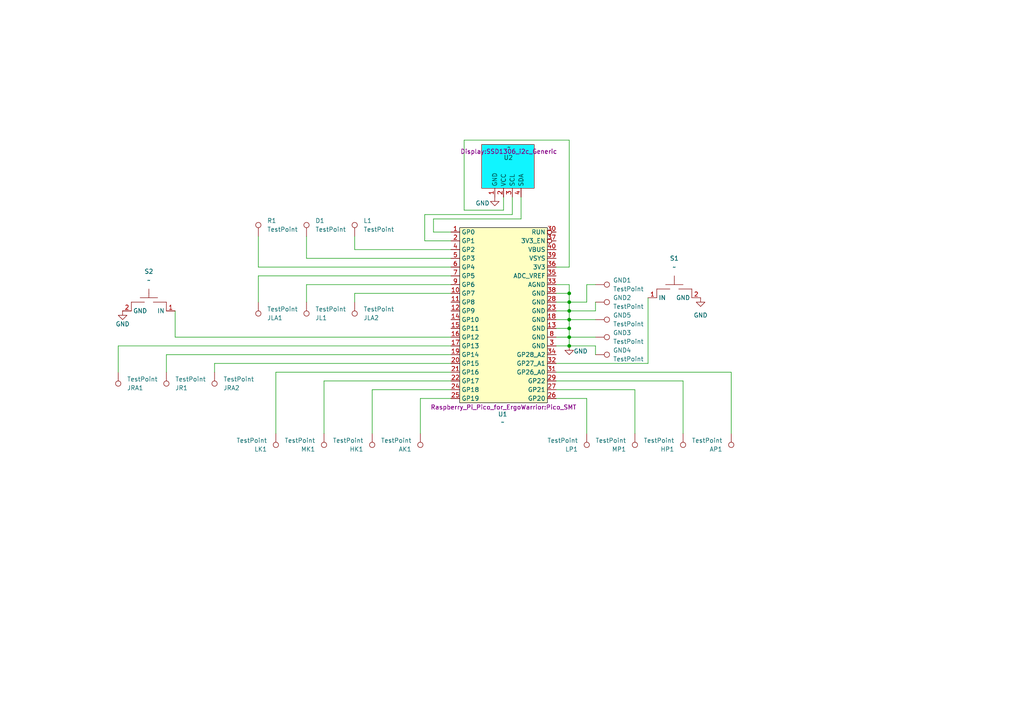
<source format=kicad_sch>
(kicad_sch (version 20250114) (generator "eeschema") (generator_version "9.0")
  (paper "A4")
  (lib_symbols
    (symbol "Connector:TestPoint_2mm" (pin_numbers (hide yes)) (pin_names (offset 0.762) (hide yes))
      (property "Reference" "TP" (at 0 6.858 0))
      (property "Value" "TestPoint" (at 0 5.08 0))
      (symbol "TestPoint_2mm_0_1"
        (circle (center 0 3.302) (radius 0.762))
      )
      (symbol "TestPoint_2mm_1_1"
        (pin passive line (at 0 0 90) (length 2.54) (name "1") (number "1"))
      )
    )
    (symbol "Keyboard_Switches:Cherry_MX_LP"
      (property "Reference" "SW" (at 0 0 0))
      (symbol "Cherry_MX_LP_0_1"
        (polyline (pts (xy -5.08 1.27) (xy -1.27 1.27)))
        (polyline (pts (xy -5.08 -1.27) (xy -5.08 1.27)))
        (polyline (pts (xy -2.54 2.54) (xy 2.54 2.54)))
        (polyline (pts (xy 0 3.81) (xy 0 5.08)))
        (polyline (pts (xy 0 2.54) (xy 0 3.81)))
        (polyline (pts (xy 1.27 1.27) (xy 5.08 1.27)))
        (polyline (pts (xy 5.08 1.27) (xy 5.08 -1.27)))
      )
      (symbol "Cherry_MX_LP_1_1"
        (pin power_in line (at -7.62 -1.27 0) (length 2.54) (name "IN") (number "1"))
        (pin power_out line (at 7.62 -1.27 180) (length 2.54) (name "GND") (number "2"))
      )
    )
    (symbol "Raspberry_Pico:Pico_Official"
      (property "Reference" "U" (at 0 0 0))
      (symbol "Pico_Official_1_1"
        (rectangle (start -12.7 25.4) (end 12.7 -25.4) (stroke (width 0) (color 2 0 0 1)) (fill (type background)))
        (pin bidirectional line (at -15.24 24.13 0) (length 2.54) (name "GP0") (number "1"))
        (pin bidirectional line (at -15.24 21.59 0) (length 2.54) (name "GP1") (number "2"))
        (pin bidirectional line (at -15.24 19.05 0) (length 2.54) (name "GP2") (number "4"))
        (pin bidirectional line (at -15.24 16.51 0) (length 2.54) (name "GP3") (number "5"))
        (pin bidirectional line (at -15.24 13.97 0) (length 2.54) (name "GP4") (number "6"))
        (pin bidirectional line (at -15.24 11.43 0) (length 2.54) (name "GP5") (number "7"))
        (pin bidirectional line (at -15.24 8.89 0) (length 2.54) (name "GP6") (number "9"))
        (pin bidirectional line (at -15.24 6.35 0) (length 2.54) (name "GP7") (number "10"))
        (pin bidirectional line (at -15.24 3.81 0) (length 2.54) (name "GP8") (number "11"))
        (pin bidirectional line (at -15.24 1.27 0) (length 2.54) (name "GP9") (number "12"))
        (pin bidirectional line (at -15.24 -1.27 0) (length 2.54) (name "GP10") (number "14"))
        (pin bidirectional line (at -15.24 -3.81 0) (length 2.54) (name "GP11") (number "15"))
        (pin bidirectional line (at -15.24 -6.35 0) (length 2.54) (name "GP12") (number "16"))
        (pin bidirectional line (at -15.24 -8.89 0) (length 2.54) (name "GP13") (number "17"))
        (pin bidirectional line (at -15.24 -11.43 0) (length 2.54) (name "GP14") (number "19"))
        (pin bidirectional line (at -15.24 -13.97 0) (length 2.54) (name "GP15") (number "20"))
        (pin bidirectional line (at -15.24 -16.51 0) (length 2.54) (name "GP16") (number "21"))
        (pin bidirectional line (at -15.24 -19.05 0) (length 2.54) (name "GP17") (number "22"))
        (pin bidirectional line (at -15.24 -21.59 0) (length 2.54) (name "GP18") (number "24"))
        (pin bidirectional line (at -15.24 -24.13 0) (length 2.54) (name "GP19") (number "25"))
        (pin input inverted (at 15.24 24.13 180) (length 2.54) (name "RUN") (number "30"))
        (pin input inverted (at 15.24 21.59 180) (length 2.54) (name "3V3_EN") (number "37"))
        (pin power_in line (at 15.24 19.05 180) (length 2.54) (name "VBUS") (number "40"))
        (pin power_in line (at 15.24 16.51 180) (length 2.54) (name "VSYS") (number "39"))
        (pin power_out line (at 15.24 13.97 180) (length 2.54) (name "3V3") (number "36"))
        (pin power_in line (at 15.24 11.43 180) (length 2.54) (name "ADC_VREF") (number "35"))
        (pin power_in line (at 15.24 8.89 180) (length 2.54) (name "AGND") (number "33"))
        (pin power_in line (at 15.24 6.35 180) (length 2.54) (name "GND") (number "38"))
        (pin power_in line (at 15.24 3.81 180) (length 2.54) (name "GND") (number "28"))
        (pin power_in line (at 15.24 1.27 180) (length 2.54) (name "GND") (number "23"))
        (pin power_in line (at 15.24 -1.27 180) (length 2.54) (name "GND") (number "18"))
        (pin power_in line (at 15.24 -3.81 180) (length 2.54) (name "GND") (number "13"))
        (pin power_in line (at 15.24 -6.35 180) (length 2.54) (name "GND") (number "8"))
        (pin power_in line (at 15.24 -8.89 180) (length 2.54) (name "GND") (number "3"))
        (pin bidirectional line (at 15.24 -11.43 180) (length 2.54) (name "GP28_A2") (number "34"))
        (pin bidirectional line (at 15.24 -13.97 180) (length 2.54) (name "GP27_A1") (number "32"))
        (pin bidirectional line (at 15.24 -16.51 180) (length 2.54) (name "GP26_A0") (number "31"))
        (pin bidirectional line (at 15.24 -19.05 180) (length 2.54) (name "GP22") (number "29"))
        (pin bidirectional line (at 15.24 -21.59 180) (length 2.54) (name "GP21") (number "27"))
        (pin bidirectional line (at 15.24 -24.13 180) (length 2.54) (name "GP20") (number "26"))
      )
    )
    (symbol "Screen:SSD1306_i2c_Display"
      (property "Reference" "U" (at 0 0 0))
      (symbol "SSD1306_i2c_Display_1_1"
        (rectangle (start -7.62 6.35) (end 7.62 -6.35) (fill (type color) (color 16 245 255 1)))
        (pin input line (at -3.81 8.89 270) (length 2.54) (name "GND") (number "1"))
        (pin input line (at -1.27 8.89 270) (length 2.54) (name "VCC") (number "2"))
        (pin input line (at 1.27 8.89 270) (length 2.54) (name "SCL") (number "3"))
        (pin input line (at 3.81 8.89 270) (length 2.54) (name "SDA") (number "4"))
      )
    )
    (symbol "power:GND" (power) (pin_numbers (hide yes)) (pin_names (offset 0) (hide yes))
      (property "Value" "GND" (at 0 -3.81 0))
      (symbol "GND_0_1"
        (polyline (pts (xy 0 0) (xy 0 -1.27) (xy 1.27 -1.27) (xy 0 -2.54) (xy -1.27 -1.27) (xy 0 -1.27)))
      )
      (symbol "GND_1_1"
        (pin power_in line (at 0 0 270) (length 0) (name "~") (number "1"))
      )
    )
  )
  (junction (at 165.1 92.71))
  (junction (at 165.1 100.33))
  (junction (at 165.1 87.63))
  (junction (at 165.1 97.79))
  (junction (at 165.1 85.09))
  (junction (at 165.1 95.25))
  (junction (at 165.1 90.17))
  (wire (pts (xy 165.1 92.71) (xy 172.72 92.71)))
  (wire (pts (xy 62.23 105.41) (xy 62.23 107.95)))
  (wire (pts (xy 161.29 95.25) (xy 165.1 95.25)))
  (wire (pts (xy 172.72 82.55) (xy 170.18 82.55)))
  (wire (pts (xy 93.98 110.49) (xy 93.98 125.73)))
  (wire (pts (xy 93.98 110.49) (xy 130.81 110.49)))
  (wire (pts (xy 80.01 107.95) (xy 130.81 107.95)))
  (wire (pts (xy 34.29 100.33) (xy 34.29 107.95)))
  (wire (pts (xy 50.8 90.17) (xy 50.8 97.79)))
  (wire (pts (xy 161.29 85.09) (xy 165.1 85.09)))
  (wire (pts (xy 123.19 69.85) (xy 123.19 62.23)))
  (wire (pts (xy 161.29 107.95) (xy 212.09 107.95)))
  (wire (pts (xy 74.93 87.63) (xy 74.93 80.01)))
  (wire (pts (xy 130.81 67.31) (xy 125.73 67.31)))
  (wire (pts (xy 172.72 87.63) (xy 172.72 90.17)))
  (wire (pts (xy 151.13 57.15) (xy 151.13 63.5)))
  (wire (pts (xy 121.92 115.57) (xy 130.81 115.57)))
  (wire (pts (xy 125.73 67.31) (xy 125.73 63.5)))
  (wire (pts (xy 74.93 80.01) (xy 130.81 80.01)))
  (wire (pts (xy 50.8 97.79) (xy 130.81 97.79)))
  (wire (pts (xy 161.29 113.03) (xy 184.15 113.03)))
  (wire (pts (xy 187.96 86.36) (xy 187.96 105.41)))
  (wire (pts (xy 161.29 100.33) (xy 165.1 100.33)))
  (wire (pts (xy 172.72 97.79) (xy 165.1 97.79)))
  (wire (pts (xy 187.96 105.41) (xy 161.29 105.41)))
  (wire (pts (xy 161.29 82.55) (xy 165.1 82.55)))
  (wire (pts (xy 198.12 110.49) (xy 198.12 125.73)))
  (wire (pts (xy 88.9 74.93) (xy 88.9 68.58)))
  (wire (pts (xy 125.73 63.5) (xy 151.13 63.5)))
  (wire (pts (xy 161.29 87.63) (xy 165.1 87.63)))
  (wire (pts (xy 88.9 74.93) (xy 130.81 74.93)))
  (wire (pts (xy 102.87 87.63) (xy 102.87 85.09)))
  (wire (pts (xy 107.95 113.03) (xy 107.95 125.73)))
  (wire (pts (xy 102.87 85.09) (xy 130.81 85.09)))
  (wire (pts (xy 48.26 107.95) (xy 48.26 102.87)))
  (wire (pts (xy 165.1 92.71) (xy 165.1 90.17)))
  (wire (pts (xy 161.29 90.17) (xy 165.1 90.17)))
  (wire (pts (xy 121.92 115.57) (xy 121.92 125.73)))
  (wire (pts (xy 62.23 105.41) (xy 130.81 105.41)))
  (wire (pts (xy 184.15 113.03) (xy 184.15 125.73)))
  (wire (pts (xy 130.81 69.85) (xy 123.19 69.85)))
  (wire (pts (xy 165.1 97.79) (xy 165.1 95.25)))
  (wire (pts (xy 165.1 40.64) (xy 134.62 40.64)))
  (wire (pts (xy 161.29 77.47) (xy 165.1 77.47)))
  (wire (pts (xy 161.29 110.49) (xy 198.12 110.49)))
  (wire (pts (xy 74.93 77.47) (xy 130.81 77.47)))
  (wire (pts (xy 172.72 100.33) (xy 165.1 100.33)))
  (wire (pts (xy 107.95 113.03) (xy 130.81 113.03)))
  (wire (pts (xy 212.09 107.95) (xy 212.09 125.73)))
  (wire (pts (xy 102.87 72.39) (xy 130.81 72.39)))
  (wire (pts (xy 34.29 100.33) (xy 130.81 100.33)))
  (wire (pts (xy 170.18 115.57) (xy 170.18 125.73)))
  (wire (pts (xy 80.01 107.95) (xy 80.01 125.73)))
  (wire (pts (xy 88.9 87.63) (xy 88.9 82.55)))
  (wire (pts (xy 88.9 82.55) (xy 130.81 82.55)))
  (wire (pts (xy 165.1 97.79) (xy 165.1 100.33)))
  (wire (pts (xy 161.29 92.71) (xy 165.1 92.71)))
  (wire (pts (xy 165.1 92.71) (xy 165.1 95.25)))
  (wire (pts (xy 165.1 77.47) (xy 165.1 40.64)))
  (wire (pts (xy 146.05 57.15) (xy 146.05 60.96)))
  (wire (pts (xy 165.1 90.17) (xy 165.1 87.63)))
  (wire (pts (xy 165.1 82.55) (xy 165.1 85.09)))
  (wire (pts (xy 161.29 97.79) (xy 165.1 97.79)))
  (wire (pts (xy 165.1 87.63) (xy 165.1 85.09)))
  (wire (pts (xy 123.19 62.23) (xy 148.59 62.23)))
  (wire (pts (xy 102.87 72.39) (xy 102.87 68.58)))
  (wire (pts (xy 74.93 77.47) (xy 74.93 68.58)))
  (wire (pts (xy 48.26 102.87) (xy 130.81 102.87)))
  (wire (pts (xy 165.1 87.63) (xy 170.18 87.63)))
  (wire (pts (xy 165.1 90.17) (xy 172.72 90.17)))
  (wire (pts (xy 172.72 102.87) (xy 172.72 100.33)))
  (wire (pts (xy 170.18 82.55) (xy 170.18 87.63)))
  (wire (pts (xy 146.05 60.96) (xy 134.62 60.96)))
  (wire (pts (xy 161.29 115.57) (xy 170.18 115.57)))
  (wire (pts (xy 148.59 62.23) (xy 148.59 57.15)))
  (wire (pts (xy 134.62 40.64) (xy 134.62 60.96)))
  (symbol (lib_id "Connector:TestPoint_2mm") (at 172.72 97.79 270) (unit 1)
    (property "Reference" "GND3" (at 177.8 96.5199 90) (effects (justify left)))
    (property "Value" "TestPoint" (at 177.8 99.0599 90) (effects (justify left)))
    (property "Footprint" "TestPoint:TestPoint_Pad_D2.0mm" (effects (hide yes)))
    (property "Description" "test point" (effects (hide yes)))
  )
  (symbol (lib_id "Connector:TestPoint_2mm") (at 74.93 87.63 0) (mirror x) (unit 1)
    (property "Reference" "JLA1" (at 77.47 92.2021 0) (effects (justify left)))
    (property "Value" "TestPoint" (at 77.47 89.6621 0) (effects (justify left)))
    (property "Footprint" "TestPoint:TestPoint_Pad_D2.0mm" (effects (hide yes)))
    (property "Description" "test point" (effects (hide yes)))
  )
  (symbol (lib_id "power:GND") (at 165.1 100.33 0) (unit 1)
    (property "Reference" "#PWR01" (effects (hide yes)))
    (property "Value" "GND" (at 168.402 101.854 0))
    (property "Description" "Power symbol creates a global label with name \"GND\" , ground" (effects (hide yes)))
  )
  (symbol (lib_id "power:GND") (at 143.51 57.15 0) (unit 1)
    (property "Reference" "#PWR04" (effects (hide yes)))
    (property "Value" "GND" (at 139.954 58.928 0))
    (property "Description" "Power symbol creates a global label with name \"GND\" , ground" (effects (hide yes)))
  )
  (symbol (lib_id "Connector:TestPoint_2mm") (at 170.18 125.73 180) (unit 1)
    (property "Reference" "LP1" (at 167.64 130.3021 0) (effects (justify left)))
    (property "Value" "TestPoint" (at 167.64 127.7621 0) (effects (justify left)))
    (property "Footprint" "TestPoint:TestPoint_Pad_D2.0mm" (effects (hide yes)))
    (property "Description" "test point" (effects (hide yes)))
  )
  (symbol (lib_id "Connector:TestPoint_2mm") (at 212.09 125.73 180) (unit 1)
    (property "Reference" "AP1" (at 209.55 130.3021 0) (effects (justify left)))
    (property "Value" "TestPoint" (at 209.55 127.7621 0) (effects (justify left)))
    (property "Footprint" "TestPoint:TestPoint_Pad_D2.0mm" (effects (hide yes)))
    (property "Description" "test point" (effects (hide yes)))
  )
  (symbol (lib_id "Connector:TestPoint_2mm") (at 74.93 68.58 0) (unit 1)
    (property "Reference" "R1" (at 77.47 64.0079 0) (effects (justify left)))
    (property "Value" "TestPoint" (at 77.47 66.5479 0) (effects (justify left)))
    (property "Footprint" "TestPoint:TestPoint_Pad_D2.0mm" (effects (hide yes)))
    (property "Description" "test point" (effects (hide yes)))
  )
  (symbol (lib_id "Connector:TestPoint_2mm") (at 107.95 125.73 180) (unit 1)
    (property "Reference" "HK1" (at 105.41 130.3021 0) (effects (justify left)))
    (property "Value" "TestPoint" (at 105.41 127.7621 0) (effects (justify left)))
    (property "Footprint" "TestPoint:TestPoint_Pad_D2.0mm" (effects (hide yes)))
    (property "Description" "test point" (effects (hide yes)))
  )
  (symbol (lib_id "Connector:TestPoint_2mm") (at 88.9 68.58 0) (unit 1)
    (property "Reference" "D1" (at 91.44 64.0079 0) (effects (justify left)))
    (property "Value" "TestPoint" (at 91.44 66.5479 0) (effects (justify left)))
    (property "Footprint" "TestPoint:TestPoint_Pad_D2.0mm" (effects (hide yes)))
    (property "Description" "test point" (effects (hide yes)))
  )
  (symbol (lib_id "Keyboard_Switches:Cherry_MX_LP") (at 43.18 88.9 0) (mirror y) (unit 1)
    (property "Reference" "S2" (at 43.18 78.74 0))
    (property "Value" "~" (at 43.18 81.28 0))
    (property "Footprint" "Keyboard_Switches:Cherry_MX_LP" (effects (hide yes)))
  )
  (symbol (lib_id "Connector:TestPoint_2mm") (at 62.23 107.95 0) (mirror x) (unit 1)
    (property "Reference" "JRA2" (at 64.77 112.5221 0) (effects (justify left)))
    (property "Value" "TestPoint" (at 64.77 109.9821 0) (effects (justify left)))
    (property "Footprint" "TestPoint:TestPoint_Pad_D2.0mm" (effects (hide yes)))
    (property "Description" "test point" (effects (hide yes)))
  )
  (symbol (lib_id "Raspberry_Pico:Pico_Official") (at 146.05 91.44 0) (unit 1)
    (property "Reference" "U1" (at 145.796 120.142 0))
    (property "Value" "~" (at 145.796 122.428 0))
    (property "Footprint" "Raspberry_Pi_Pico_for_ErgoWarrior:Pico_SMT" (at 146.05 118.11 0))
  )
  (symbol (lib_id "Connector:TestPoint_2mm") (at 172.72 92.71 270) (unit 1)
    (property "Reference" "GND5" (at 177.8 91.4399 90) (effects (justify left)))
    (property "Value" "TestPoint" (at 177.8 93.9799 90) (effects (justify left)))
    (property "Footprint" "TestPoint:TestPoint_Pad_D2.0mm" (effects (hide yes)))
    (property "Description" "test point" (effects (hide yes)))
  )
  (symbol (lib_id "Connector:TestPoint_2mm") (at 172.72 87.63 270) (unit 1)
    (property "Reference" "GND2" (at 177.8 86.3599 90) (effects (justify left)))
    (property "Value" "TestPoint" (at 177.8 88.8999 90) (effects (justify left)))
    (property "Footprint" "TestPoint:TestPoint_Pad_D2.0mm" (effects (hide yes)))
    (property "Description" "test point" (effects (hide yes)))
  )
  (symbol (lib_id "Connector:TestPoint_2mm") (at 198.12 125.73 180) (unit 1)
    (property "Reference" "HP1" (at 195.58 130.3021 0) (effects (justify left)))
    (property "Value" "TestPoint" (at 195.58 127.7621 0) (effects (justify left)))
    (property "Footprint" "TestPoint:TestPoint_Pad_D2.0mm" (effects (hide yes)))
    (property "Description" "test point" (effects (hide yes)))
  )
  (symbol (lib_id "power:GND") (at 203.2 86.36 0) (unit 1)
    (property "Reference" "#PWR02" (effects (hide yes)))
    (property "Value" "GND" (at 203.2 91.44 0))
    (property "Description" "Power symbol creates a global label with name \"GND\" , ground" (effects (hide yes)))
  )
  (symbol (lib_id "Connector:TestPoint_2mm") (at 102.87 87.63 0) (mirror x) (unit 1)
    (property "Reference" "JLA2" (at 105.41 92.2021 0) (effects (justify left)))
    (property "Value" "TestPoint" (at 105.41 89.6621 0) (effects (justify left)))
    (property "Footprint" "TestPoint:TestPoint_Pad_D2.0mm" (effects (hide yes)))
    (property "Description" "test point" (effects (hide yes)))
  )
  (symbol (lib_id "Connector:TestPoint_2mm") (at 172.72 102.87 270) (unit 1)
    (property "Reference" "GND4" (at 177.8 101.5999 90) (effects (justify left)))
    (property "Value" "TestPoint" (at 177.8 104.1399 90) (effects (justify left)))
    (property "Footprint" "TestPoint:TestPoint_Pad_D2.0mm" (effects (hide yes)))
    (property "Description" "test point" (effects (hide yes)))
  )
  (symbol (lib_id "Screen:SSD1306_i2c_Display") (at 147.32 48.26 0) (mirror x) (unit 1)
    (property "Reference" "U2" (at 146.05 45.72 0) (effects (justify left)))
    (property "Value" "~" (at 147.066 42.672 0) (effects (justify left)))
    (property "Footprint" "Display:SSD1306_i2c_Generic" (at 147.574 43.942 0))
  )
  (symbol (lib_id "Connector:TestPoint_2mm") (at 172.72 82.55 270) (unit 1)
    (property "Reference" "GND1" (at 177.8 81.2799 90) (effects (justify left)))
    (property "Value" "TestPoint" (at 177.8 83.8199 90) (effects (justify left)))
    (property "Footprint" "TestPoint:TestPoint_Pad_D2.0mm" (effects (hide yes)))
    (property "Description" "test point" (effects (hide yes)))
  )
  (symbol (lib_id "Connector:TestPoint_2mm") (at 121.92 125.73 180) (unit 1)
    (property "Reference" "AK1" (at 119.38 130.3021 0) (effects (justify left)))
    (property "Value" "TestPoint" (at 119.38 127.7621 0) (effects (justify left)))
    (property "Footprint" "TestPoint:TestPoint_Pad_D2.0mm" (effects (hide yes)))
    (property "Description" "test point" (effects (hide yes)))
  )
  (symbol (lib_id "Connector:TestPoint_2mm") (at 48.26 107.95 0) (mirror x) (unit 1)
    (property "Reference" "JR1" (at 50.8 112.5221 0) (effects (justify left)))
    (property "Value" "TestPoint" (at 50.8 109.9821 0) (effects (justify left)))
    (property "Footprint" "TestPoint:TestPoint_Pad_D2.0mm" (effects (hide yes)))
    (property "Description" "test point" (effects (hide yes)))
  )
  (symbol (lib_id "Connector:TestPoint_2mm") (at 102.87 68.58 0) (unit 1)
    (property "Reference" "L1" (at 105.41 64.0079 0) (effects (justify left)))
    (property "Value" "TestPoint" (at 105.41 66.5479 0) (effects (justify left)))
    (property "Footprint" "TestPoint:TestPoint_Pad_D2.0mm" (effects (hide yes)))
    (property "Description" "test point" (effects (hide yes)))
  )
  (symbol (lib_id "power:GND") (at 35.56 90.17 0) (unit 1)
    (property "Reference" "#PWR03" (effects (hide yes)))
    (property "Value" "GND" (at 35.56 93.98 0))
    (property "Description" "Power symbol creates a global label with name \"GND\" , ground" (effects (hide yes)))
  )
  (symbol (lib_id "Keyboard_Switches:Cherry_MX_LP") (at 195.58 85.09 0) (unit 1)
    (property "Reference" "S1" (at 195.58 74.93 0))
    (property "Value" "~" (at 195.58 77.47 0))
    (property "Footprint" "Keyboard_Switches:Cherry_MX_LP" (effects (hide yes)))
  )
  (symbol (lib_id "Connector:TestPoint_2mm") (at 184.15 125.73 180) (unit 1)
    (property "Reference" "MP1" (at 181.61 130.3021 0) (effects (justify left)))
    (property "Value" "TestPoint" (at 181.61 127.7621 0) (effects (justify left)))
    (property "Footprint" "TestPoint:TestPoint_Pad_D2.0mm" (effects (hide yes)))
    (property "Description" "test point" (effects (hide yes)))
  )
  (symbol (lib_id "Connector:TestPoint_2mm") (at 34.29 107.95 0) (mirror x) (unit 1)
    (property "Reference" "JRA1" (at 36.83 112.5221 0) (effects (justify left)))
    (property "Value" "TestPoint" (at 36.83 109.9821 0) (effects (justify left)))
    (property "Footprint" "TestPoint:TestPoint_Pad_D2.0mm" (effects (hide yes)))
    (property "Description" "test point" (effects (hide yes)))
  )
  (symbol (lib_id "Connector:TestPoint_2mm") (at 93.98 125.73 180) (unit 1)
    (property "Reference" "MK1" (at 91.44 130.3021 0) (effects (justify left)))
    (property "Value" "TestPoint" (at 91.44 127.7621 0) (effects (justify left)))
    (property "Footprint" "TestPoint:TestPoint_Pad_D2.0mm" (effects (hide yes)))
    (property "Description" "test point" (effects (hide yes)))
  )
  (symbol (lib_id "Connector:TestPoint_2mm") (at 88.9 87.63 0) (mirror x) (unit 1)
    (property "Reference" "JL1" (at 91.44 92.2021 0) (effects (justify left)))
    (property "Value" "TestPoint" (at 91.44 89.6621 0) (effects (justify left)))
    (property "Footprint" "TestPoint:TestPoint_Pad_D2.0mm" (effects (hide yes)))
    (property "Description" "test point" (effects (hide yes)))
  )
  (symbol (lib_id "Connector:TestPoint_2mm") (at 80.01 125.73 180) (unit 1)
    (property "Reference" "LK1" (at 77.47 130.3021 0) (effects (justify left)))
    (property "Value" "TestPoint" (at 77.47 127.7621 0) (effects (justify left)))
    (property "Footprint" "TestPoint:TestPoint_Pad_D2.0mm" (effects (hide yes)))
    (property "Description" "test point" (effects (hide yes)))
  )
)
</source>
